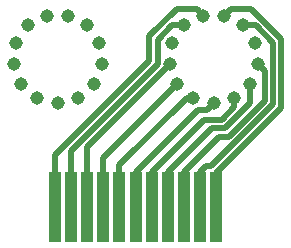
<source format=gbr>
G04 #@! TF.GenerationSoftware,KiCad,Pcbnew,(5.1.5)-3*
G04 #@! TF.CreationDate,2021-12-20T00:35:23-08:00*
G04 #@! TF.ProjectId,tube_holder,74756265-5f68-46f6-9c64-65722e6b6963,rev?*
G04 #@! TF.SameCoordinates,Original*
G04 #@! TF.FileFunction,Copper,L2,Bot*
G04 #@! TF.FilePolarity,Positive*
%FSLAX46Y46*%
G04 Gerber Fmt 4.6, Leading zero omitted, Abs format (unit mm)*
G04 Created by KiCad (PCBNEW (5.1.5)-3) date 2021-12-20 00:35:23*
%MOMM*%
%LPD*%
G04 APERTURE LIST*
%ADD10C,1.137920*%
%ADD11R,1.000000X6.000000*%
%ADD12C,0.508000*%
G04 APERTURE END LIST*
D10*
X201639680Y-48281340D03*
X194619120Y-48281340D03*
X198129400Y-53366420D03*
X195040760Y-51743360D03*
X194403220Y-50064420D03*
X201218040Y-51743360D03*
X197232780Y-45967400D03*
X199026020Y-45967400D03*
X200618600Y-46803060D03*
X201855580Y-50064420D03*
X195640200Y-46803060D03*
X199871840Y-52934620D03*
X196386960Y-52934620D03*
D11*
X197876820Y-62142160D03*
X199246820Y-62142160D03*
X200616820Y-62142160D03*
X201986820Y-62142160D03*
X203356820Y-62142160D03*
X204726820Y-62142160D03*
X206096820Y-62142160D03*
X207466820Y-62142160D03*
X208836820Y-62142160D03*
X210206820Y-62142160D03*
X211576820Y-62142160D03*
D10*
X214860380Y-48281340D03*
X207839820Y-48281340D03*
X211350100Y-53366420D03*
X208261460Y-51743360D03*
X207623920Y-50064420D03*
X214438740Y-51743360D03*
X210453480Y-45967400D03*
X212246720Y-45967400D03*
X213839300Y-46803060D03*
X215076280Y-50064420D03*
X208860900Y-46803060D03*
X213092540Y-52934620D03*
X209607660Y-52934620D03*
D12*
X209056360Y-52934620D02*
X209607660Y-52934620D01*
X203356820Y-58634160D02*
X209056360Y-52934620D01*
X203356820Y-62142160D02*
X203356820Y-58634160D01*
X206096820Y-59194958D02*
X206096820Y-62142160D01*
X210500418Y-54791360D02*
X206096820Y-59194958D01*
X213092540Y-53739250D02*
X212040430Y-54791360D01*
X212040430Y-54791360D02*
X210500418Y-54791360D01*
X213092540Y-52934620D02*
X213092540Y-53739250D01*
X208056270Y-46803060D02*
X208860900Y-46803060D01*
X199246820Y-62142160D02*
X199246820Y-57440244D01*
X207804117Y-46803060D02*
X208056270Y-46803060D01*
X199246820Y-57440244D02*
X206600959Y-50086105D01*
X206600959Y-50086105D02*
X206600959Y-48006218D01*
X206600959Y-48006218D02*
X207804117Y-46803060D01*
X215645239Y-50633379D02*
X215076280Y-50064420D01*
X215645239Y-53189105D02*
X215645239Y-50633379D01*
X211824398Y-56207380D02*
X212626964Y-56207380D01*
X208836820Y-59194958D02*
X211824398Y-56207380D01*
X212626964Y-56207380D02*
X215645239Y-53189105D01*
X208836820Y-62142160D02*
X208836820Y-59194958D01*
X214896083Y-46803060D02*
X214643930Y-46803060D01*
X216353249Y-48260226D02*
X214896083Y-46803060D01*
X216353249Y-53482372D02*
X216353249Y-48260226D01*
X210713619Y-58688159D02*
X211147462Y-58688159D01*
X210206820Y-59194958D02*
X210713619Y-58688159D01*
X214643930Y-46803060D02*
X213839300Y-46803060D01*
X211147462Y-58688159D02*
X216353249Y-53482372D01*
X210206820Y-62142160D02*
X210206820Y-59194958D01*
X211576820Y-59260078D02*
X217061259Y-53775639D01*
X211576820Y-62142160D02*
X211576820Y-59260078D01*
X212815679Y-45398441D02*
X212246720Y-45967400D01*
X214492741Y-45398441D02*
X212815679Y-45398441D01*
X217061259Y-53775639D02*
X217061259Y-47966959D01*
X217061259Y-47966959D02*
X214492741Y-45398441D01*
X197876820Y-62142160D02*
X197876820Y-57808968D01*
X208207459Y-45398441D02*
X209884521Y-45398441D01*
X209884521Y-45398441D02*
X210453480Y-45967400D01*
X205892949Y-47712951D02*
X208207459Y-45398441D01*
X205892949Y-49792839D02*
X205892949Y-47712951D01*
X197876820Y-57808968D02*
X205892949Y-49792839D01*
X214438740Y-53394327D02*
X214438740Y-52547990D01*
X211162408Y-55499370D02*
X212333697Y-55499370D01*
X212333697Y-55499370D02*
X214438740Y-53394327D01*
X207466820Y-59194958D02*
X211162408Y-55499370D01*
X214438740Y-52547990D02*
X214438740Y-51743360D01*
X207466820Y-62142160D02*
X207466820Y-59194958D01*
X200616820Y-57071520D02*
X207623920Y-50064420D01*
X200616820Y-62142160D02*
X200616820Y-57071520D01*
X201986820Y-58018000D02*
X208261460Y-51743360D01*
X201986820Y-62142160D02*
X201986820Y-58018000D01*
X210781141Y-53935379D02*
X211350100Y-53366420D01*
X204726820Y-59194958D02*
X209986399Y-53935379D01*
X209986399Y-53935379D02*
X210781141Y-53935379D01*
X204726820Y-62142160D02*
X204726820Y-59194958D01*
M02*

</source>
